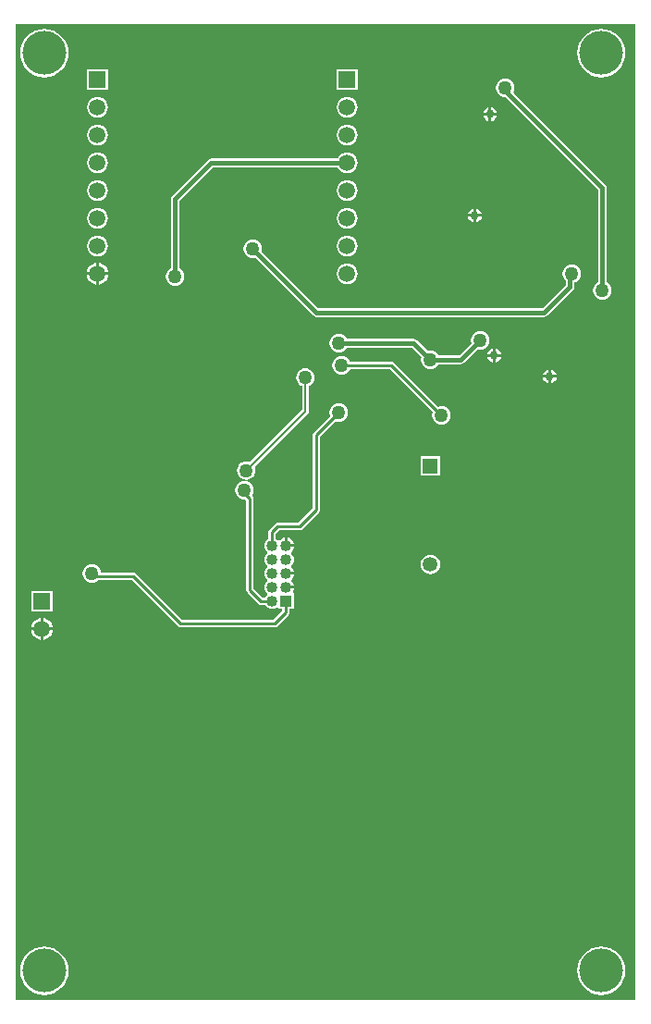
<source format=gbl>
G04*
G04 #@! TF.GenerationSoftware,Altium Limited,Altium Designer,20.1.14 (287)*
G04*
G04 Layer_Physical_Order=2*
G04 Layer_Color=16711680*
%FSLAX24Y24*%
%MOIN*%
G70*
G04*
G04 #@! TF.SameCoordinates,52465854-39A3-47B8-9217-5B2D91F539B0*
G04*
G04*
G04 #@! TF.FilePolarity,Positive*
G04*
G01*
G75*
%ADD14C,0.0080*%
%ADD15C,0.0100*%
%ADD65C,0.0150*%
%ADD67C,0.0400*%
%ADD68R,0.0400X0.0400*%
%ADD69C,0.0531*%
%ADD70R,0.0531X0.0531*%
%ADD71R,0.0591X0.0591*%
%ADD72C,0.0591*%
%ADD73C,0.0500*%
%ADD74C,0.1575*%
%ADD75C,0.0300*%
G36*
X22495Y143D02*
X143D01*
Y35290D01*
X22495D01*
Y143D01*
D02*
G37*
%LPC*%
G36*
X21260Y35124D02*
X21090Y35107D01*
X20926Y35057D01*
X20776Y34977D01*
X20644Y34868D01*
X20535Y34736D01*
X20455Y34586D01*
X20405Y34422D01*
X20388Y34252D01*
X20405Y34082D01*
X20455Y33918D01*
X20535Y33768D01*
X20644Y33636D01*
X20776Y33527D01*
X20926Y33447D01*
X21090Y33397D01*
X21260Y33380D01*
X21430Y33397D01*
X21593Y33447D01*
X21744Y33527D01*
X21876Y33636D01*
X21985Y33768D01*
X22065Y33918D01*
X22115Y34082D01*
X22131Y34252D01*
X22115Y34422D01*
X22065Y34586D01*
X21985Y34736D01*
X21876Y34868D01*
X21744Y34977D01*
X21593Y35057D01*
X21430Y35107D01*
X21260Y35124D01*
D02*
G37*
G36*
X1181D02*
X1011Y35107D01*
X848Y35057D01*
X697Y34977D01*
X565Y34868D01*
X456Y34736D01*
X376Y34586D01*
X326Y34422D01*
X310Y34252D01*
X326Y34082D01*
X376Y33918D01*
X456Y33768D01*
X565Y33636D01*
X697Y33527D01*
X848Y33447D01*
X1011Y33397D01*
X1181Y33380D01*
X1351Y33397D01*
X1515Y33447D01*
X1665Y33527D01*
X1797Y33636D01*
X1906Y33768D01*
X1986Y33918D01*
X2036Y34082D01*
X2053Y34252D01*
X2036Y34422D01*
X1986Y34586D01*
X1906Y34736D01*
X1797Y34868D01*
X1665Y34977D01*
X1515Y35057D01*
X1351Y35107D01*
X1181Y35124D01*
D02*
G37*
G36*
X12475Y33675D02*
X11725D01*
Y32925D01*
X12475D01*
Y33675D01*
D02*
G37*
G36*
X3475D02*
X2725D01*
Y32925D01*
X3475D01*
Y33675D01*
D02*
G37*
G36*
X17300Y32295D02*
Y32100D01*
X17495D01*
X17486Y32148D01*
X17430Y32230D01*
X17348Y32285D01*
X17300Y32295D01*
D02*
G37*
G36*
X17200D02*
X17152Y32285D01*
X17070Y32230D01*
X17014Y32148D01*
X17005Y32100D01*
X17200D01*
Y32295D01*
D02*
G37*
G36*
X12100Y32679D02*
X12002Y32666D01*
X11911Y32628D01*
X11832Y32568D01*
X11772Y32489D01*
X11734Y32398D01*
X11721Y32300D01*
X11734Y32202D01*
X11772Y32111D01*
X11832Y32032D01*
X11911Y31972D01*
X12002Y31934D01*
X12100Y31921D01*
X12198Y31934D01*
X12289Y31972D01*
X12368Y32032D01*
X12428Y32111D01*
X12466Y32202D01*
X12479Y32300D01*
X12466Y32398D01*
X12428Y32489D01*
X12368Y32568D01*
X12289Y32628D01*
X12198Y32666D01*
X12100Y32679D01*
D02*
G37*
G36*
X3100D02*
X3002Y32666D01*
X2911Y32628D01*
X2832Y32568D01*
X2772Y32489D01*
X2734Y32398D01*
X2721Y32300D01*
X2734Y32202D01*
X2772Y32111D01*
X2832Y32032D01*
X2911Y31972D01*
X3002Y31934D01*
X3100Y31921D01*
X3198Y31934D01*
X3289Y31972D01*
X3368Y32032D01*
X3428Y32111D01*
X3466Y32202D01*
X3479Y32300D01*
X3466Y32398D01*
X3428Y32489D01*
X3368Y32568D01*
X3289Y32628D01*
X3198Y32666D01*
X3100Y32679D01*
D02*
G37*
G36*
X17495Y32000D02*
X17300D01*
Y31805D01*
X17348Y31814D01*
X17430Y31870D01*
X17486Y31952D01*
X17495Y32000D01*
D02*
G37*
G36*
X17200D02*
X17005D01*
X17014Y31952D01*
X17070Y31870D01*
X17152Y31814D01*
X17200Y31805D01*
Y32000D01*
D02*
G37*
G36*
X12100Y31679D02*
X12002Y31666D01*
X11911Y31628D01*
X11832Y31568D01*
X11772Y31489D01*
X11734Y31398D01*
X11721Y31300D01*
X11734Y31202D01*
X11772Y31111D01*
X11832Y31032D01*
X11911Y30972D01*
X12002Y30934D01*
X12100Y30921D01*
X12198Y30934D01*
X12289Y30972D01*
X12368Y31032D01*
X12428Y31111D01*
X12466Y31202D01*
X12479Y31300D01*
X12466Y31398D01*
X12428Y31489D01*
X12368Y31568D01*
X12289Y31628D01*
X12198Y31666D01*
X12100Y31679D01*
D02*
G37*
G36*
X3100D02*
X3002Y31666D01*
X2911Y31628D01*
X2832Y31568D01*
X2772Y31489D01*
X2734Y31398D01*
X2721Y31300D01*
X2734Y31202D01*
X2772Y31111D01*
X2832Y31032D01*
X2911Y30972D01*
X3002Y30934D01*
X3100Y30921D01*
X3198Y30934D01*
X3289Y30972D01*
X3368Y31032D01*
X3428Y31111D01*
X3466Y31202D01*
X3479Y31300D01*
X3466Y31398D01*
X3428Y31489D01*
X3368Y31568D01*
X3289Y31628D01*
X3198Y31666D01*
X3100Y31679D01*
D02*
G37*
G36*
X12100Y30679D02*
X12002Y30666D01*
X11911Y30628D01*
X11832Y30568D01*
X11772Y30489D01*
X11759Y30458D01*
X7200D01*
X7140Y30446D01*
X7088Y30412D01*
X5788Y29112D01*
X5754Y29060D01*
X5742Y29000D01*
Y26492D01*
X5734Y26488D01*
X5665Y26435D01*
X5612Y26366D01*
X5578Y26286D01*
X5567Y26200D01*
X5578Y26114D01*
X5612Y26034D01*
X5665Y25965D01*
X5734Y25912D01*
X5814Y25878D01*
X5900Y25867D01*
X5986Y25878D01*
X6066Y25912D01*
X6135Y25965D01*
X6188Y26034D01*
X6222Y26114D01*
X6233Y26200D01*
X6222Y26286D01*
X6188Y26366D01*
X6135Y26435D01*
X6066Y26488D01*
X6058Y26492D01*
Y28935D01*
X7265Y30142D01*
X11759D01*
X11772Y30111D01*
X11832Y30032D01*
X11911Y29972D01*
X12002Y29934D01*
X12100Y29921D01*
X12198Y29934D01*
X12289Y29972D01*
X12368Y30032D01*
X12428Y30111D01*
X12466Y30202D01*
X12479Y30300D01*
X12466Y30398D01*
X12428Y30489D01*
X12368Y30568D01*
X12289Y30628D01*
X12198Y30666D01*
X12100Y30679D01*
D02*
G37*
G36*
X3100D02*
X3002Y30666D01*
X2911Y30628D01*
X2832Y30568D01*
X2772Y30489D01*
X2734Y30398D01*
X2721Y30300D01*
X2734Y30202D01*
X2772Y30111D01*
X2832Y30032D01*
X2911Y29972D01*
X3002Y29934D01*
X3100Y29921D01*
X3198Y29934D01*
X3289Y29972D01*
X3368Y30032D01*
X3428Y30111D01*
X3466Y30202D01*
X3479Y30300D01*
X3466Y30398D01*
X3428Y30489D01*
X3368Y30568D01*
X3289Y30628D01*
X3198Y30666D01*
X3100Y30679D01*
D02*
G37*
G36*
X12100Y29679D02*
X12002Y29666D01*
X11911Y29628D01*
X11832Y29568D01*
X11772Y29489D01*
X11734Y29398D01*
X11721Y29300D01*
X11734Y29202D01*
X11772Y29111D01*
X11832Y29032D01*
X11911Y28972D01*
X12002Y28934D01*
X12100Y28921D01*
X12198Y28934D01*
X12289Y28972D01*
X12368Y29032D01*
X12428Y29111D01*
X12466Y29202D01*
X12479Y29300D01*
X12466Y29398D01*
X12428Y29489D01*
X12368Y29568D01*
X12289Y29628D01*
X12198Y29666D01*
X12100Y29679D01*
D02*
G37*
G36*
X3100D02*
X3002Y29666D01*
X2911Y29628D01*
X2832Y29568D01*
X2772Y29489D01*
X2734Y29398D01*
X2721Y29300D01*
X2734Y29202D01*
X2772Y29111D01*
X2832Y29032D01*
X2911Y28972D01*
X3002Y28934D01*
X3100Y28921D01*
X3198Y28934D01*
X3289Y28972D01*
X3368Y29032D01*
X3428Y29111D01*
X3466Y29202D01*
X3479Y29300D01*
X3466Y29398D01*
X3428Y29489D01*
X3368Y29568D01*
X3289Y29628D01*
X3198Y29666D01*
X3100Y29679D01*
D02*
G37*
G36*
X16750Y28645D02*
Y28450D01*
X16945D01*
X16935Y28498D01*
X16880Y28580D01*
X16798Y28635D01*
X16750Y28645D01*
D02*
G37*
G36*
X16650D02*
X16602Y28635D01*
X16520Y28580D01*
X16465Y28498D01*
X16455Y28450D01*
X16650D01*
Y28645D01*
D02*
G37*
G36*
X16945Y28350D02*
X16750D01*
Y28155D01*
X16798Y28165D01*
X16880Y28220D01*
X16935Y28302D01*
X16945Y28350D01*
D02*
G37*
G36*
X16650D02*
X16455D01*
X16465Y28302D01*
X16520Y28220D01*
X16602Y28165D01*
X16650Y28155D01*
Y28350D01*
D02*
G37*
G36*
X12100Y28679D02*
X12002Y28666D01*
X11911Y28628D01*
X11832Y28568D01*
X11772Y28489D01*
X11734Y28398D01*
X11721Y28300D01*
X11734Y28202D01*
X11772Y28111D01*
X11832Y28032D01*
X11911Y27972D01*
X12002Y27934D01*
X12100Y27921D01*
X12198Y27934D01*
X12289Y27972D01*
X12368Y28032D01*
X12428Y28111D01*
X12466Y28202D01*
X12479Y28300D01*
X12466Y28398D01*
X12428Y28489D01*
X12368Y28568D01*
X12289Y28628D01*
X12198Y28666D01*
X12100Y28679D01*
D02*
G37*
G36*
X3100D02*
X3002Y28666D01*
X2911Y28628D01*
X2832Y28568D01*
X2772Y28489D01*
X2734Y28398D01*
X2721Y28300D01*
X2734Y28202D01*
X2772Y28111D01*
X2832Y28032D01*
X2911Y27972D01*
X3002Y27934D01*
X3100Y27921D01*
X3198Y27934D01*
X3289Y27972D01*
X3368Y28032D01*
X3428Y28111D01*
X3466Y28202D01*
X3479Y28300D01*
X3466Y28398D01*
X3428Y28489D01*
X3368Y28568D01*
X3289Y28628D01*
X3198Y28666D01*
X3100Y28679D01*
D02*
G37*
G36*
X12100Y27679D02*
X12002Y27666D01*
X11911Y27628D01*
X11832Y27568D01*
X11772Y27489D01*
X11734Y27398D01*
X11721Y27300D01*
X11734Y27202D01*
X11772Y27111D01*
X11832Y27032D01*
X11911Y26972D01*
X12002Y26934D01*
X12100Y26921D01*
X12198Y26934D01*
X12289Y26972D01*
X12368Y27032D01*
X12428Y27111D01*
X12466Y27202D01*
X12479Y27300D01*
X12466Y27398D01*
X12428Y27489D01*
X12368Y27568D01*
X12289Y27628D01*
X12198Y27666D01*
X12100Y27679D01*
D02*
G37*
G36*
X3100D02*
X3002Y27666D01*
X2911Y27628D01*
X2832Y27568D01*
X2772Y27489D01*
X2734Y27398D01*
X2721Y27300D01*
X2734Y27202D01*
X2772Y27111D01*
X2832Y27032D01*
X2911Y26972D01*
X3002Y26934D01*
X3100Y26921D01*
X3198Y26934D01*
X3289Y26972D01*
X3368Y27032D01*
X3428Y27111D01*
X3466Y27202D01*
X3479Y27300D01*
X3466Y27398D01*
X3428Y27489D01*
X3368Y27568D01*
X3289Y27628D01*
X3198Y27666D01*
X3100Y27679D01*
D02*
G37*
G36*
X3150Y26692D02*
Y26350D01*
X3492D01*
X3485Y26403D01*
X3445Y26499D01*
X3382Y26582D01*
X3299Y26645D01*
X3203Y26685D01*
X3150Y26692D01*
D02*
G37*
G36*
X3050D02*
X2997Y26685D01*
X2901Y26645D01*
X2818Y26582D01*
X2755Y26499D01*
X2715Y26403D01*
X2708Y26350D01*
X3050D01*
Y26692D01*
D02*
G37*
G36*
X12100Y26679D02*
X12002Y26666D01*
X11911Y26628D01*
X11832Y26568D01*
X11772Y26489D01*
X11734Y26398D01*
X11721Y26300D01*
X11734Y26202D01*
X11772Y26111D01*
X11832Y26032D01*
X11911Y25972D01*
X12002Y25934D01*
X12100Y25921D01*
X12198Y25934D01*
X12289Y25972D01*
X12368Y26032D01*
X12428Y26111D01*
X12466Y26202D01*
X12479Y26300D01*
X12466Y26398D01*
X12428Y26489D01*
X12368Y26568D01*
X12289Y26628D01*
X12198Y26666D01*
X12100Y26679D01*
D02*
G37*
G36*
X3492Y26250D02*
X3150D01*
Y25908D01*
X3203Y25915D01*
X3299Y25955D01*
X3382Y26018D01*
X3445Y26101D01*
X3485Y26197D01*
X3492Y26250D01*
D02*
G37*
G36*
X3050D02*
X2708D01*
X2715Y26197D01*
X2755Y26101D01*
X2818Y26018D01*
X2901Y25955D01*
X2997Y25915D01*
X3050Y25908D01*
Y26250D01*
D02*
G37*
G36*
X17800Y33333D02*
X17714Y33322D01*
X17634Y33288D01*
X17565Y33235D01*
X17512Y33166D01*
X17478Y33086D01*
X17467Y33000D01*
X17478Y32914D01*
X17512Y32834D01*
X17565Y32765D01*
X17634Y32712D01*
X17714Y32678D01*
X17800Y32667D01*
X17813Y32669D01*
X17878Y32604D01*
X17888Y32588D01*
X21142Y29335D01*
Y25992D01*
X21134Y25988D01*
X21065Y25935D01*
X21012Y25866D01*
X20978Y25786D01*
X20967Y25700D01*
X20978Y25614D01*
X21012Y25534D01*
X21065Y25465D01*
X21134Y25412D01*
X21214Y25378D01*
X21300Y25367D01*
X21386Y25378D01*
X21466Y25412D01*
X21535Y25465D01*
X21588Y25534D01*
X21622Y25614D01*
X21633Y25700D01*
X21622Y25786D01*
X21588Y25866D01*
X21535Y25935D01*
X21466Y25988D01*
X21458Y25992D01*
Y29400D01*
X21446Y29460D01*
X21412Y29512D01*
X18122Y32801D01*
X18112Y32817D01*
X18090Y32838D01*
X18122Y32914D01*
X18133Y33000D01*
X18122Y33086D01*
X18088Y33166D01*
X18035Y33235D01*
X17966Y33288D01*
X17886Y33322D01*
X17800Y33333D01*
D02*
G37*
G36*
X8700Y27533D02*
X8614Y27522D01*
X8534Y27488D01*
X8465Y27435D01*
X8412Y27366D01*
X8378Y27286D01*
X8367Y27200D01*
X8378Y27114D01*
X8412Y27034D01*
X8465Y26965D01*
X8534Y26912D01*
X8614Y26878D01*
X8700Y26867D01*
X8786Y26878D01*
X8795Y26882D01*
X10888Y24788D01*
X10940Y24754D01*
X11000Y24742D01*
X19200D01*
X19260Y24754D01*
X19312Y24788D01*
X20245Y25721D01*
X20279Y25773D01*
X20291Y25833D01*
Y25981D01*
X20366Y26012D01*
X20435Y26065D01*
X20488Y26134D01*
X20522Y26214D01*
X20533Y26300D01*
X20522Y26387D01*
X20488Y26467D01*
X20435Y26536D01*
X20366Y26589D01*
X20286Y26622D01*
X20200Y26633D01*
X20114Y26622D01*
X20034Y26589D01*
X19965Y26536D01*
X19912Y26467D01*
X19878Y26387D01*
X19867Y26300D01*
X19878Y26214D01*
X19912Y26134D01*
X19965Y26065D01*
X19975Y26057D01*
Y25898D01*
X19135Y25058D01*
X11065D01*
X9018Y27105D01*
X9022Y27114D01*
X9033Y27200D01*
X9022Y27286D01*
X8988Y27366D01*
X8935Y27435D01*
X8866Y27488D01*
X8786Y27522D01*
X8700Y27533D01*
D02*
G37*
G36*
X17450Y23595D02*
Y23400D01*
X17645D01*
X17636Y23448D01*
X17580Y23530D01*
X17498Y23586D01*
X17450Y23595D01*
D02*
G37*
G36*
X17350D02*
X17302Y23586D01*
X17220Y23530D01*
X17164Y23448D01*
X17155Y23400D01*
X17350D01*
Y23595D01*
D02*
G37*
G36*
X16900Y24233D02*
X16814Y24222D01*
X16734Y24188D01*
X16665Y24135D01*
X16612Y24066D01*
X16578Y23986D01*
X16567Y23900D01*
X16578Y23814D01*
X16582Y23805D01*
X16135Y23358D01*
X15392D01*
X15388Y23366D01*
X15335Y23435D01*
X15266Y23488D01*
X15186Y23522D01*
X15100Y23533D01*
X15014Y23522D01*
X15005Y23518D01*
X14612Y23912D01*
X14560Y23946D01*
X14500Y23958D01*
X12092D01*
X12088Y23966D01*
X12035Y24035D01*
X11966Y24088D01*
X11886Y24122D01*
X11800Y24133D01*
X11714Y24122D01*
X11634Y24088D01*
X11565Y24035D01*
X11512Y23966D01*
X11478Y23886D01*
X11467Y23800D01*
X11478Y23714D01*
X11512Y23634D01*
X11565Y23565D01*
X11634Y23512D01*
X11714Y23478D01*
X11800Y23467D01*
X11886Y23478D01*
X11966Y23512D01*
X12035Y23565D01*
X12088Y23634D01*
X12092Y23642D01*
X14435D01*
X14782Y23295D01*
X14778Y23286D01*
X14767Y23200D01*
X14778Y23114D01*
X14812Y23034D01*
X14865Y22965D01*
X14934Y22912D01*
X15014Y22878D01*
X15100Y22867D01*
X15186Y22878D01*
X15266Y22912D01*
X15335Y22965D01*
X15388Y23034D01*
X15392Y23042D01*
X16200D01*
X16260Y23054D01*
X16312Y23088D01*
X16805Y23582D01*
X16814Y23578D01*
X16900Y23567D01*
X16986Y23578D01*
X17066Y23612D01*
X17135Y23665D01*
X17188Y23734D01*
X17222Y23814D01*
X17233Y23900D01*
X17222Y23986D01*
X17188Y24066D01*
X17135Y24135D01*
X17066Y24188D01*
X16986Y24222D01*
X16900Y24233D01*
D02*
G37*
G36*
X17645Y23300D02*
X17450D01*
Y23105D01*
X17498Y23115D01*
X17580Y23170D01*
X17636Y23252D01*
X17645Y23300D01*
D02*
G37*
G36*
X17350D02*
X17155D01*
X17164Y23252D01*
X17220Y23170D01*
X17302Y23115D01*
X17350Y23105D01*
Y23300D01*
D02*
G37*
G36*
X19450Y22845D02*
Y22650D01*
X19645D01*
X19635Y22698D01*
X19580Y22780D01*
X19498Y22836D01*
X19450Y22845D01*
D02*
G37*
G36*
X19350D02*
X19302Y22836D01*
X19220Y22780D01*
X19165Y22698D01*
X19155Y22650D01*
X19350D01*
Y22845D01*
D02*
G37*
G36*
X19645Y22550D02*
X19450D01*
Y22355D01*
X19498Y22364D01*
X19580Y22420D01*
X19635Y22502D01*
X19645Y22550D01*
D02*
G37*
G36*
X19350D02*
X19155D01*
X19165Y22502D01*
X19220Y22420D01*
X19302Y22364D01*
X19350Y22355D01*
Y22550D01*
D02*
G37*
G36*
X11800Y21633D02*
X11714Y21622D01*
X11634Y21588D01*
X11565Y21535D01*
X11512Y21466D01*
X11478Y21386D01*
X11467Y21300D01*
X11478Y21214D01*
X11493Y21180D01*
X10906Y20594D01*
X10878Y20551D01*
X10867Y20500D01*
Y17855D01*
X10345Y17333D01*
X9600D01*
X9549Y17322D01*
X9506Y17294D01*
X9306Y17094D01*
X9278Y17051D01*
X9267Y17000D01*
Y16748D01*
X9259Y16745D01*
X9200Y16700D01*
X9155Y16641D01*
X9127Y16573D01*
X9118Y16500D01*
X9127Y16427D01*
X9155Y16359D01*
X9200Y16300D01*
X9225Y16282D01*
Y16218D01*
X9200Y16200D01*
X9155Y16141D01*
X9127Y16073D01*
X9118Y16000D01*
X9127Y15927D01*
X9155Y15859D01*
X9200Y15800D01*
X9225Y15782D01*
Y15718D01*
X9200Y15700D01*
X9155Y15641D01*
X9127Y15573D01*
X9118Y15500D01*
X9127Y15427D01*
X9155Y15359D01*
X9200Y15300D01*
X9225Y15282D01*
Y15218D01*
X9200Y15200D01*
X9155Y15141D01*
X9127Y15073D01*
X9118Y15000D01*
X9127Y14927D01*
X9155Y14859D01*
X9200Y14800D01*
X9225Y14782D01*
Y14718D01*
X9200Y14700D01*
X9155Y14641D01*
X9152Y14633D01*
X9055D01*
X8733Y14955D01*
Y18192D01*
X8722Y18242D01*
X8694Y18285D01*
X8670Y18309D01*
X8688Y18334D01*
X8722Y18414D01*
X8733Y18500D01*
X8722Y18586D01*
X8688Y18666D01*
X8635Y18735D01*
X8566Y18788D01*
X8486Y18822D01*
X8400Y18833D01*
X8314Y18822D01*
X8234Y18788D01*
X8165Y18735D01*
X8112Y18666D01*
X8078Y18586D01*
X8067Y18500D01*
X8078Y18414D01*
X8112Y18334D01*
X8165Y18265D01*
X8234Y18212D01*
X8314Y18178D01*
X8400Y18167D01*
X8433Y18171D01*
X8467Y18137D01*
Y14900D01*
X8478Y14849D01*
X8506Y14806D01*
X8906Y14406D01*
X8949Y14378D01*
X9000Y14367D01*
X9152D01*
X9155Y14359D01*
X9200Y14300D01*
X9259Y14255D01*
X9327Y14227D01*
X9400Y14218D01*
X9473Y14227D01*
X9541Y14255D01*
X9570Y14278D01*
X9620Y14253D01*
Y14220D01*
X9767D01*
Y14155D01*
X9445Y13833D01*
X6155D01*
X4494Y15494D01*
X4451Y15522D01*
X4400Y15533D01*
X3229D01*
X3222Y15586D01*
X3188Y15666D01*
X3135Y15735D01*
X3066Y15788D01*
X2986Y15822D01*
X2900Y15833D01*
X2814Y15822D01*
X2734Y15788D01*
X2665Y15735D01*
X2612Y15666D01*
X2578Y15586D01*
X2567Y15500D01*
X2578Y15414D01*
X2612Y15334D01*
X2665Y15265D01*
X2734Y15212D01*
X2814Y15178D01*
X2900Y15167D01*
X2986Y15178D01*
X3066Y15212D01*
X3135Y15265D01*
X3138Y15267D01*
X4345D01*
X6006Y13606D01*
X6049Y13578D01*
X6100Y13567D01*
X9500D01*
X9551Y13578D01*
X9594Y13606D01*
X9994Y14006D01*
X10022Y14049D01*
X10033Y14100D01*
Y14220D01*
X10180D01*
Y14780D01*
X10172D01*
X10148Y14830D01*
X10162Y14849D01*
X10192Y14922D01*
X10196Y14950D01*
X9900D01*
Y15050D01*
X10196D01*
X10192Y15078D01*
X10162Y15151D01*
X10114Y15214D01*
X10100Y15225D01*
Y15275D01*
X10114Y15286D01*
X10162Y15349D01*
X10192Y15422D01*
X10196Y15450D01*
X9900D01*
Y15550D01*
X10196D01*
X10192Y15578D01*
X10162Y15651D01*
X10114Y15714D01*
X10092Y15731D01*
Y15794D01*
X10100Y15800D01*
X10145Y15859D01*
X10173Y15927D01*
X10182Y16000D01*
X10173Y16073D01*
X10145Y16141D01*
X10100Y16200D01*
X10092Y16206D01*
Y16269D01*
X10114Y16286D01*
X10162Y16349D01*
X10192Y16422D01*
X10196Y16450D01*
X9900D01*
Y16500D01*
X9850D01*
Y16796D01*
X9822Y16792D01*
X9749Y16762D01*
X9686Y16714D01*
X9669Y16692D01*
X9606D01*
X9600Y16700D01*
X9541Y16745D01*
X9533Y16748D01*
Y16945D01*
X9655Y17067D01*
X10400D01*
X10451Y17078D01*
X10494Y17106D01*
X11094Y17706D01*
X11122Y17749D01*
X11133Y17800D01*
Y20445D01*
X11680Y20993D01*
X11714Y20978D01*
X11800Y20967D01*
X11886Y20978D01*
X11966Y21012D01*
X12035Y21065D01*
X12088Y21134D01*
X12122Y21214D01*
X12133Y21300D01*
X12122Y21386D01*
X12088Y21466D01*
X12035Y21535D01*
X11966Y21588D01*
X11886Y21622D01*
X11800Y21633D01*
D02*
G37*
G36*
X11900Y23333D02*
X11814Y23322D01*
X11734Y23288D01*
X11665Y23235D01*
X11612Y23166D01*
X11578Y23086D01*
X11567Y23000D01*
X11578Y22914D01*
X11612Y22834D01*
X11665Y22765D01*
X11734Y22712D01*
X11814Y22678D01*
X11900Y22667D01*
X11986Y22678D01*
X12066Y22712D01*
X12135Y22765D01*
X12188Y22834D01*
X12202Y22867D01*
X13645D01*
X15193Y21320D01*
X15178Y21286D01*
X15167Y21200D01*
X15178Y21114D01*
X15212Y21034D01*
X15265Y20965D01*
X15334Y20912D01*
X15414Y20878D01*
X15500Y20867D01*
X15586Y20878D01*
X15666Y20912D01*
X15735Y20965D01*
X15788Y21034D01*
X15822Y21114D01*
X15833Y21200D01*
X15822Y21286D01*
X15788Y21366D01*
X15735Y21435D01*
X15666Y21488D01*
X15586Y21522D01*
X15500Y21533D01*
X15414Y21522D01*
X15380Y21507D01*
X13794Y23094D01*
X13751Y23122D01*
X13700Y23133D01*
X12202D01*
X12188Y23166D01*
X12135Y23235D01*
X12066Y23288D01*
X11986Y23322D01*
X11900Y23333D01*
D02*
G37*
G36*
X10591Y22892D02*
X10504Y22881D01*
X10424Y22847D01*
X10355Y22794D01*
X10302Y22725D01*
X10269Y22645D01*
X10258Y22559D01*
X10269Y22473D01*
X10302Y22393D01*
X10355Y22324D01*
X10424Y22271D01*
X10468Y22253D01*
Y21389D01*
X8595Y19516D01*
X8551Y19534D01*
X8465Y19545D01*
X8378Y19534D01*
X8298Y19501D01*
X8229Y19448D01*
X8176Y19379D01*
X8143Y19299D01*
X8132Y19213D01*
X8143Y19126D01*
X8176Y19046D01*
X8229Y18977D01*
X8298Y18924D01*
X8378Y18891D01*
X8465Y18880D01*
X8551Y18891D01*
X8631Y18924D01*
X8700Y18977D01*
X8753Y19046D01*
X8786Y19126D01*
X8797Y19213D01*
X8786Y19299D01*
X8768Y19343D01*
X10677Y21252D01*
X10704Y21292D01*
X10713Y21339D01*
Y22253D01*
X10757Y22271D01*
X10826Y22324D01*
X10879Y22393D01*
X10912Y22473D01*
X10923Y22559D01*
X10912Y22645D01*
X10879Y22725D01*
X10826Y22794D01*
X10757Y22847D01*
X10677Y22881D01*
X10591Y22892D01*
D02*
G37*
G36*
X15446Y19717D02*
X14754D01*
Y19026D01*
X15446D01*
Y19717D01*
D02*
G37*
G36*
X9950Y16796D02*
Y16550D01*
X10196D01*
X10192Y16578D01*
X10162Y16651D01*
X10114Y16714D01*
X10051Y16762D01*
X9978Y16792D01*
X9950Y16796D01*
D02*
G37*
G36*
X15100Y16177D02*
X15010Y16165D01*
X14926Y16130D01*
X14853Y16075D01*
X14798Y16003D01*
X14763Y15919D01*
X14751Y15828D01*
X14763Y15738D01*
X14798Y15654D01*
X14853Y15582D01*
X14926Y15526D01*
X15010Y15491D01*
X15100Y15480D01*
X15190Y15491D01*
X15274Y15526D01*
X15347Y15582D01*
X15402Y15654D01*
X15437Y15738D01*
X15449Y15828D01*
X15437Y15919D01*
X15402Y16003D01*
X15347Y16075D01*
X15274Y16130D01*
X15190Y16165D01*
X15100Y16177D01*
D02*
G37*
G36*
X1475Y14875D02*
X725D01*
Y14125D01*
X1475D01*
Y14875D01*
D02*
G37*
G36*
X1150Y13892D02*
Y13550D01*
X1492D01*
X1485Y13603D01*
X1445Y13699D01*
X1382Y13782D01*
X1299Y13845D01*
X1203Y13885D01*
X1150Y13892D01*
D02*
G37*
G36*
X1050D02*
X997Y13885D01*
X901Y13845D01*
X818Y13782D01*
X755Y13699D01*
X715Y13603D01*
X708Y13550D01*
X1050D01*
Y13892D01*
D02*
G37*
G36*
X1492Y13450D02*
X1150D01*
Y13108D01*
X1203Y13115D01*
X1299Y13155D01*
X1382Y13218D01*
X1445Y13301D01*
X1485Y13397D01*
X1492Y13450D01*
D02*
G37*
G36*
X1050D02*
X708D01*
X715Y13397D01*
X755Y13301D01*
X818Y13218D01*
X901Y13155D01*
X997Y13115D01*
X1050Y13108D01*
Y13450D01*
D02*
G37*
G36*
X21260Y2053D02*
X21090Y2036D01*
X20926Y1986D01*
X20776Y1906D01*
X20644Y1797D01*
X20535Y1665D01*
X20455Y1515D01*
X20405Y1351D01*
X20388Y1181D01*
X20405Y1011D01*
X20455Y848D01*
X20535Y697D01*
X20644Y565D01*
X20776Y456D01*
X20926Y376D01*
X21090Y326D01*
X21260Y310D01*
X21430Y326D01*
X21593Y376D01*
X21744Y456D01*
X21876Y565D01*
X21985Y697D01*
X22065Y848D01*
X22115Y1011D01*
X22131Y1181D01*
X22115Y1351D01*
X22065Y1515D01*
X21985Y1665D01*
X21876Y1797D01*
X21744Y1906D01*
X21593Y1986D01*
X21430Y2036D01*
X21260Y2053D01*
D02*
G37*
G36*
X1181D02*
X1011Y2036D01*
X848Y1986D01*
X697Y1906D01*
X565Y1797D01*
X456Y1665D01*
X376Y1515D01*
X326Y1351D01*
X310Y1181D01*
X326Y1011D01*
X376Y848D01*
X456Y697D01*
X565Y565D01*
X697Y456D01*
X848Y376D01*
X1011Y326D01*
X1181Y310D01*
X1351Y326D01*
X1515Y376D01*
X1665Y456D01*
X1797Y565D01*
X1906Y697D01*
X1986Y848D01*
X2036Y1011D01*
X2053Y1181D01*
X2036Y1351D01*
X1986Y1515D01*
X1906Y1665D01*
X1797Y1797D01*
X1665Y1906D01*
X1515Y1986D01*
X1351Y2036D01*
X1181Y2053D01*
D02*
G37*
%LPD*%
D14*
X10591Y21339D02*
Y22559D01*
X8465Y19213D02*
X10591Y21339D01*
D15*
X11900Y23000D02*
X13700D01*
X15500Y21200D01*
X8400Y18392D02*
Y18500D01*
Y18392D02*
X8600Y18192D01*
Y14900D02*
Y18192D01*
X2959Y15400D02*
X4400D01*
X6100Y13700D01*
X9500D01*
X9900Y14100D02*
Y14500D01*
X9500Y13700D02*
X9900Y14100D01*
X9400Y16500D02*
Y17000D01*
X9600Y17200D01*
X10400D02*
X11000Y17800D01*
X9600Y17200D02*
X10400D01*
X11000Y20500D02*
X11800Y21300D01*
X11000Y17800D02*
Y20500D01*
X9000Y14500D02*
X9400D01*
X8600Y14900D02*
X9000Y14500D01*
D65*
X17800Y32905D02*
Y33000D01*
Y32905D02*
X18000Y32705D01*
Y32700D02*
Y32705D01*
Y32700D02*
X21300Y29400D01*
Y25700D02*
Y29400D01*
X15100Y23200D02*
X16200D01*
X16900Y23900D01*
X11800Y23800D02*
X14500D01*
X15100Y23200D01*
X20133Y26233D02*
X20200Y26300D01*
X20133Y25833D02*
Y26233D01*
X19200Y24900D02*
X20133Y25833D01*
X11000Y24900D02*
X19200D01*
X8700Y27200D02*
X11000Y24900D01*
X7200Y30300D02*
X12100D01*
X5900Y29000D02*
X7200Y30300D01*
X5900Y26200D02*
Y29000D01*
D67*
X9400Y16500D02*
D03*
X9900D02*
D03*
X9400Y16000D02*
D03*
X9900D02*
D03*
X9400Y15500D02*
D03*
X9900D02*
D03*
X9400Y15000D02*
D03*
X9900D02*
D03*
X9400Y14500D02*
D03*
D68*
X9900D02*
D03*
D69*
X15100Y15828D02*
D03*
D70*
Y19372D02*
D03*
D71*
X1100Y14500D02*
D03*
X12100Y33300D02*
D03*
X3100D02*
D03*
D72*
X1100Y13500D02*
D03*
X12100Y32300D02*
D03*
Y31300D02*
D03*
Y30300D02*
D03*
Y29300D02*
D03*
Y28300D02*
D03*
Y27300D02*
D03*
Y26300D02*
D03*
X3100Y32300D02*
D03*
Y31300D02*
D03*
Y30300D02*
D03*
Y29300D02*
D03*
Y28300D02*
D03*
Y27300D02*
D03*
Y26300D02*
D03*
D73*
X8465Y19213D02*
D03*
X10591Y22559D02*
D03*
X17800Y33000D02*
D03*
X21300Y25700D02*
D03*
X16900Y23900D02*
D03*
X15100Y23200D02*
D03*
X11800Y23800D02*
D03*
X20200Y26300D02*
D03*
X8700Y27200D02*
D03*
X15500Y21200D02*
D03*
X11900Y23000D02*
D03*
X8400Y18500D02*
D03*
X2900Y15500D02*
D03*
X5900Y26200D02*
D03*
X11800Y21300D02*
D03*
D74*
X1181Y1181D02*
D03*
X21260D02*
D03*
Y34252D02*
D03*
X1181D02*
D03*
D75*
X17250Y32050D02*
D03*
X16700Y28400D02*
D03*
X17400Y23350D02*
D03*
X19400Y22600D02*
D03*
M02*

</source>
